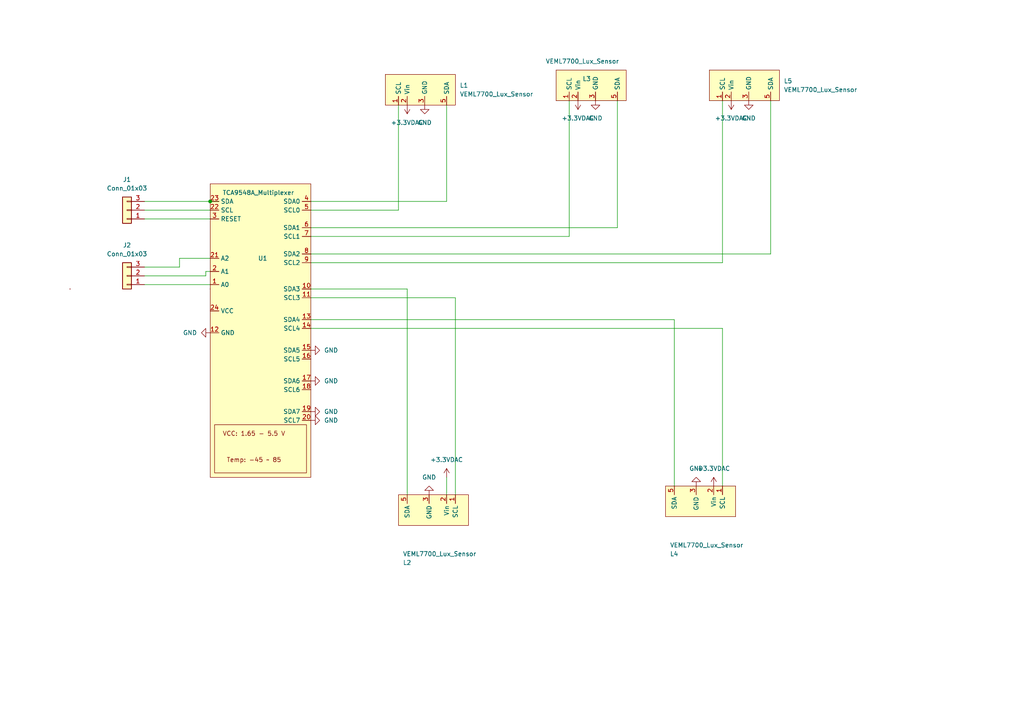
<source format=kicad_sch>
(kicad_sch (version 20211123) (generator eeschema)
  (paper "A4")
  (lib_symbols
    (symbol "Analog_Switch:TCA9548A_Multiplexer"
      (property "Reference" "U" (at 40.64 -31.75 0))
      (property "Value" "TCA9548A_Multiplexer" (at 39.37 -12.7 0))
      (symbol "TCA9548A_Multiplexer_0_0"
        (text "Temp: -45 ~ 85" (at 38.1 -90.17 0) (effects (font (size 1.27 1.27))))
        (text "VCC: 1.65 - 5.5 V" (at 38.1 -82.55 0) (effects (font (size 1.27 1.27))))
      )
      (symbol "TCA9548A_Multiplexer_0_1"
        (rectangle (start -15.24 -40.64) (end -15.24 -40.64))
        (rectangle (start -15.24 -40.64) (end -15.24 -40.64))
        (rectangle (start -15.24 -40.64) (end -15.24 -40.64))
        (rectangle (start -15.24 -40.64) (end -15.24 -40.64))
        (rectangle (start -15.24 -40.64) (end -15.24 -40.64))
        (rectangle (start -15.24 -40.64) (end -15.24 -40.64))
        (polyline (pts (xy 25.4 -40.64) (xy 25.4 -40.64)))
        (rectangle (start 25.4 -40.64) (end 25.4 -40.64))
        (rectangle (start 25.4 -40.64) (end 25.4 -40.64))
        (arc (start 25.4 -40.64) (mid 25.4 -40.64) (end 25.4 -40.64))
        (arc (start 25.4 -40.64) (mid 25.4 -40.64) (end 25.4 -40.64))
        (arc (start 25.4 -40.64) (mid 25.4 -40.64) (end 25.4 -40.64))
        (arc (start 25.4 -40.64) (mid 25.4 -40.64) (end 25.4 -40.64))
        (rectangle (start 25.4 -10.16) (end 54.61 -95.25) (fill (type background)))
        (rectangle (start 26.67 -80.01) (end 53.34 -93.98))
      )
      (symbol "TCA9548A_Multiplexer_1_1"
        (pin input line (at 25.4 -39.37 0) (length 2.54) (name "A0") (number "1"))
        (pin bidirectional line (at 54.61 -40.64 180) (length 2.54) (name "SDA3") (number "10"))
        (pin output line (at 54.61 -43.18 180) (length 2.54) (name "SCL3") (number "11"))
        (pin input line (at 25.4 -53.34 0) (length 2.54) (name "GND") (number "12"))
        (pin bidirectional line (at 54.61 -49.53 180) (length 2.54) (name "SDA4") (number "13"))
        (pin output line (at 54.61 -52.07 180) (length 2.54) (name "SCL4") (number "14"))
        (pin bidirectional line (at 54.61 -58.42 180) (length 2.54) (name "SDA5") (number "15"))
        (pin output line (at 54.61 -60.96 180) (length 2.54) (name "SCL5") (number "16"))
        (pin bidirectional line (at 54.61 -67.31 180) (length 2.54) (name "SDA6") (number "17"))
        (pin output line (at 54.61 -69.85 180) (length 2.54) (name "SCL6") (number "18"))
        (pin bidirectional line (at 54.61 -76.2 180) (length 2.54) (name "SDA7") (number "19"))
        (pin input line (at 25.4 -35.56 0) (length 2.54) (name "A1") (number "2"))
        (pin output line (at 54.61 -78.74 180) (length 2.54) (name "SCL7") (number "20"))
        (pin input line (at 25.4 -31.75 0) (length 2.54) (name "A2") (number "21"))
        (pin input line (at 25.4 -17.78 0) (length 2.54) (name "SCL") (number "22"))
        (pin bidirectional line (at 25.4 -15.24 0) (length 2.54) (name "SDA") (number "23"))
        (pin input line (at 25.4 -46.99 0) (length 2.54) (name "VCC") (number "24"))
        (pin input line (at 25.4 -20.32 0) (length 2.54) (name "RESET") (number "3"))
        (pin bidirectional line (at 54.61 -15.24 180) (length 2.54) (name "SDA0") (number "4"))
        (pin output line (at 54.61 -17.78 180) (length 2.54) (name "SCL0") (number "5"))
        (pin bidirectional line (at 54.61 -22.86 180) (length 2.54) (name "SDA1") (number "6"))
        (pin output line (at 54.61 -25.4 180) (length 2.54) (name "SCL1") (number "7"))
        (pin bidirectional line (at 54.61 -30.48 180) (length 2.54) (name "SDA2") (number "8"))
        (pin output line (at 54.61 -33.02 180) (length 2.54) (name "SCL2") (number "9"))
      )
    )
    (symbol "Connector_Generic:Conn_01x03" (pin_names (offset 1.016) hide)
      (property "Reference" "J" (at 0 5.08 0))
      (property "Value" "Conn_01x03" (at 0 -5.08 0))
      (symbol "Conn_01x03_1_1"
        (rectangle (start -1.27 -2.413) (end 0 -2.667) (stroke (width 0.1524)))
        (rectangle (start -1.27 0.127) (end 0 -0.127) (stroke (width 0.1524)))
        (rectangle (start -1.27 2.667) (end 0 2.413) (stroke (width 0.1524)))
        (rectangle (start -1.27 3.81) (end 1.27 -3.81) (stroke (width 0.254)) (fill (type background)))
        (pin passive line (at -5.08 2.54 0) (length 3.81) (name "Pin_1") (number "1"))
        (pin passive line (at -5.08 0 0) (length 3.81) (name "Pin_2") (number "2"))
        (pin passive line (at -5.08 -2.54 0) (length 3.81) (name "Pin_3") (number "3"))
      )
    )
    (symbol "Sensor_Optical:VEML7700_Lux_Sensor"
      (property "Reference" "L4" (at 10.16 8.2551 0))
      (property "Value" "VEML7700_Lux_Sensor" (at 10.16 5.7151 0))
      (symbol "VEML7700_Lux_Sensor_0_1"
        (rectangle (start -8.89 -2.54) (end 11.43 -11.43) (fill (type background)))
      )
      (symbol "VEML7700_Lux_Sensor_1_1"
        (pin input line (at -5.08 -11.43 90) (length 2.54) (name "SCL") (number "1"))
        (pin input line (at -2.54 -11.43 90) (length 2.54) (name "Vin") (number "2"))
        (pin input line (at 2.54 -11.43 90) (length 2.54) (name "GND") (number "3"))
        (pin bidirectional line (at 8.89 -11.43 90) (length 2.54) (name "SDA") (number "5"))
      )
    )
    (symbol "VEML7700_Lux_Sensor_1"
      (property "Reference" "L1" (at 12.7 -5.7149 0))
      (property "Value" "VEML7700_Lux_Sensor_1" (at 12.7 -8.2549 0))
      (symbol "VEML7700_Lux_Sensor_1_0_1"
        (rectangle (start -8.89 -2.54) (end 11.43 -11.43) (fill (type background)))
      )
      (symbol "VEML7700_Lux_Sensor_1_1_1"
        (pin input line (at -5.08 -11.43 90) (length 2.54) (name "SCL") (number "1"))
        (pin input line (at -2.54 -11.43 90) (length 2.54) (name "Vin") (number "2"))
        (pin input line (at 2.54 -11.43 90) (length 2.54) (name "GND") (number "3"))
        (pin bidirectional line (at 8.89 -11.43 90) (length 2.54) (name "SDA") (number "5"))
      )
    )
    (symbol "VEML7700_Lux_Sensor_2"
      (property "Reference" "L?" (at 0 -5.08 0))
      (property "Value" "VEML7700_Lux_Sensor" (at -1.27 0 0))
      (symbol "VEML7700_Lux_Sensor_2_0_1"
        (rectangle (start -8.89 -2.54) (end 11.43 -11.43) (fill (type background)))
      )
      (symbol "VEML7700_Lux_Sensor_2_1_1"
        (pin input line (at -5.08 -11.43 90) (length 2.54) (name "SCL") (number "1"))
        (pin input line (at -2.54 -11.43 90) (length 2.54) (name "Vin") (number "2"))
        (pin input line (at 2.54 -11.43 90) (length 2.54) (name "GND") (number "3"))
        (pin bidirectional line (at 8.89 -11.43 90) (length 2.54) (name "SDA") (number "5"))
      )
    )
    (symbol "VEML7700_Lux_Sensor_3"
      (property "Reference" "L5" (at 12.7 -5.7149 0))
      (property "Value" "VEML7700_Lux_Sensor" (at 12.7 -8.2549 0))
      (symbol "VEML7700_Lux_Sensor_3_0_1"
        (rectangle (start -8.89 -2.54) (end 11.43 -11.43) (fill (type background)))
      )
      (symbol "VEML7700_Lux_Sensor_3_1_1"
        (pin input line (at -5.08 -11.43 90) (length 2.54) (name "SCL") (number "1"))
        (pin input line (at -2.54 -11.43 90) (length 2.54) (name "Vin") (number "2"))
        (pin input line (at 2.54 -11.43 90) (length 2.54) (name "GND") (number "3"))
        (pin bidirectional line (at 8.89 -11.43 90) (length 2.54) (name "SDA") (number "5"))
      )
    )
    (symbol "VEML7700_Lux_Sensor_4"
      (property "Reference" "L2" (at 10.16 8.2551 0))
      (property "Value" "VEML7700_Lux_Sensor" (at 10.16 5.7151 0))
      (symbol "VEML7700_Lux_Sensor_4_0_1"
        (rectangle (start -8.89 -2.54) (end 11.43 -11.43) (fill (type background)))
      )
      (symbol "VEML7700_Lux_Sensor_4_1_1"
        (pin input line (at -5.08 -11.43 90) (length 2.54) (name "SCL") (number "1"))
        (pin input line (at -2.54 -11.43 90) (length 2.54) (name "Vin") (number "2"))
        (pin input line (at 2.54 -11.43 90) (length 2.54) (name "GND") (number "3"))
        (pin bidirectional line (at 8.89 -11.43 90) (length 2.54) (name "SDA") (number "5"))
      )
    )
    (symbol "power:+3.3VDAC" (power) (pin_names (offset 0))
      (property "Value" "+3.3VDAC" (at 0 2.54 0))
      (symbol "+3.3VDAC_0_0"
        (pin power_in line (at 0 0 90) (length 0) hide (name "+3.3VDAC") (number "1"))
      )
      (symbol "+3.3VDAC_0_1"
        (polyline (pts (xy -0.762 1.27) (xy 0 2.54)))
        (polyline (pts (xy 0 0) (xy 0 2.54)))
        (polyline (pts (xy 0 2.54) (xy 0.762 1.27)))
      )
    )
    (symbol "power:GND" (power) (pin_names (offset 0))
      (property "Value" "GND" (at 0 -3.81 0))
      (symbol "GND_0_1"
        (polyline (pts (xy 0 0) (xy 0 -1.27) (xy 1.27 -1.27) (xy 0 -2.54) (xy -1.27 -1.27) (xy 0 -1.27)))
      )
      (symbol "GND_1_1"
        (pin power_in line (at 0 0 270) (length 0) hide (name "GND") (number "1"))
      )
    )
  )
  (junction (at 60.96 58.42))
  (wire (pts (xy 41.91 63.5) (xy 60.96 63.5)))
  (wire (pts (xy 115.57 60.96) (xy 115.57 30.48)))
  (wire (pts (xy 52.07 77.47) (xy 52.07 74.93)))
  (wire (pts (xy 41.91 80.01) (xy 59.69 80.01)))
  (wire (pts (xy 90.17 92.71) (xy 195.58 92.71)))
  (wire (pts (xy 90.17 66.04) (xy 179.07 66.04)))
  (wire (pts (xy 129.54 138.43) (xy 129.54 143.51)))
  (wire (pts (xy 90.17 76.2) (xy 209.55 76.2)))
  (wire (pts (xy 118.11 83.82) (xy 118.11 143.51)))
  (wire (pts (xy 59.69 78.74) (xy 60.96 78.74)))
  (wire (pts (xy 59.69 80.01) (xy 59.69 78.74)))
  (wire (pts (xy 195.58 92.71) (xy 195.58 140.97)))
  (wire (pts (xy 165.1 68.58) (xy 165.1 29.21)))
  (wire (pts (xy 132.08 86.36) (xy 132.08 143.51)))
  (wire (pts (xy 41.91 82.55) (xy 60.96 82.55)))
  (wire (pts (xy 90.17 73.66) (xy 223.52 73.66)))
  (wire (pts (xy 52.07 74.93) (xy 60.96 74.93)))
  (wire (pts (xy 90.17 95.25) (xy 209.55 95.25)))
  (wire (pts (xy 41.91 58.42) (xy 60.96 58.42)))
  (wire (pts (xy 209.55 76.2) (xy 209.55 29.21)))
  (wire (pts (xy 90.17 83.82) (xy 118.11 83.82)))
  (wire (pts (xy 90.17 86.36) (xy 132.08 86.36)))
  (wire (pts (xy 209.55 95.25) (xy 209.55 140.97)))
  (wire (pts (xy 90.17 60.96) (xy 115.57 60.96)))
  (wire (pts (xy 41.91 60.96) (xy 60.96 60.96)))
  (wire (pts (xy 90.17 68.58) (xy 165.1 68.58)))
  (wire (pts (xy 179.07 66.04) (xy 179.07 29.21)))
  (wire (pts (xy 63.5 58.42) (xy 60.96 58.42)))
  (wire (pts (xy 129.54 58.42) (xy 129.54 30.48)))
  (wire (pts (xy 90.17 58.42) (xy 129.54 58.42)))
  (wire (pts (xy 41.91 77.47) (xy 52.07 77.47)))
  (wire (pts (xy 223.52 73.66) (xy 223.52 29.21)))
  (symbol (lib_id "power:+3.3VDAC") (at 207.01 140.97 0) (unit 1)
    (property "Reference" "#PWR0108" (effects hide))
    (property "Value" "+3.3VDAC" (at 207.01 135.89 0))
  )
  (symbol (lib_id "power:GND") (at 90.17 121.92 90) (unit 1)
    (property "Reference" "#PWR0117" (effects hide))
    (property "Value" "GND" (at 93.98 121.9199 90) (effects (justify right)))
  )
  (symbol (lib_id "Sensor_Optical:VEML7700_Lux_Sensor") (at 204.47 152.4 180) (unit 1)
    (property "Reference" "L4" (at 194.31 160.6551 0) (effects (justify right)))
    (property "Value" "VEML7700_Lux_Sensor" (at 194.31 158.1151 0) (effects (justify right)))
  )
  (symbol (lib_id "Analog_Switch:TCA9548A_Multiplexer") (at 35.56 43.18 0) (unit 1)
    (property "Reference" "U1" (at 76.2 74.93 0))
    (property "Value" "TCA9548A_Multiplexer" (at 74.93 55.88 0))
    (property "Footprint" "sunsensor:SOP65P640X120-24N" (effects hide))
  )
  (symbol (lib_name "VEML7700_Lux_Sensor_3") (lib_id "Sensor_Optical:VEML7700_Lux_Sensor") (at 214.63 17.78 0) (unit 1)
    (property "Reference" "L5" (at 227.33 23.4949 0) (effects (justify left)))
    (property "Value" "VEML7700_Lux_Sensor" (at 227.33 26.0349 0) (effects (justify left)))
  )
  (symbol (lib_name "VEML7700_Lux_Sensor_2") (lib_id "Sensor_Optical:VEML7700_Lux_Sensor") (at 170.18 17.78 0) (unit 1)
    (property "Reference" "L3" (at 170.18 22.86 0))
    (property "Value" "VEML7700_Lux_Sensor" (at 168.91 17.78 0))
  )
  (symbol (lib_id "Connector_Generic:Conn_01x03") (at 36.83 80.01 180) (unit 1)
    (property "Reference" "J2" (at 36.83 71.12 0))
    (property "Value" "Conn_01x03" (at 36.83 73.66 0))
  )
  (symbol (lib_id "power:GND") (at 90.17 119.38 90) (unit 1)
    (property "Reference" "#PWR0118" (effects hide))
    (property "Value" "GND" (at 93.98 119.3799 90) (effects (justify right)))
  )
  (symbol (lib_name "VEML7700_Lux_Sensor_1") (lib_id "Sensor_Optical:VEML7700_Lux_Sensor") (at 120.65 19.05 0) (unit 1)
    (property "Reference" "L1" (at 133.35 24.7649 0) (effects (justify left)))
    (property "Value" "VEML7700_Lux_Sensor" (at 133.35 27.3049 0) (effects (justify left)))
  )
  (symbol (lib_id "power:GND") (at 124.46 143.51 180) (unit 1)
    (property "Reference" "#PWR0101" (effects hide))
    (property "Value" "GND" (at 124.46 138.43 0))
  )
  (symbol (lib_id "power:GND") (at 201.93 140.97 180) (unit 1)
    (property "Reference" "#PWR0107" (effects hide))
    (property "Value" "GND" (at 201.93 135.89 0))
  )
  (symbol (lib_id "Connector_Generic:Conn_01x03") (at 36.83 60.96 180) (unit 1)
    (property "Reference" "J1" (at 36.83 52.07 0))
    (property "Value" "Conn_01x03" (at 36.83 54.61 0))
  )
  (symbol (lib_id "power:GND") (at 217.17 29.21 0) (unit 1)
    (property "Reference" "#PWR0105" (effects hide))
    (property "Value" "GND" (at 217.17 34.29 0))
  )
  (symbol (lib_id "power:GND") (at 90.17 101.6 90) (unit 1)
    (property "Reference" "#PWR0115" (effects hide))
    (property "Value" "GND" (at 93.98 101.5999 90) (effects (justify right)))
  )
  (symbol (lib_id "power:+3.3VDAC") (at 212.09 29.21 180) (unit 1)
    (property "Reference" "#PWR0106" (effects hide))
    (property "Value" "+3.3VDAC" (at 212.09 34.29 0))
  )
  (symbol (lib_id "power:GND") (at 172.72 29.21 0) (unit 1)
    (property "Reference" "#PWR0111" (effects hide))
    (property "Value" "GND" (at 172.72 34.29 0))
  )
  (symbol (lib_id "power:+3.3VDAC") (at 129.54 138.43 0) (unit 1)
    (property "Reference" "#PWR0102" (effects hide))
    (property "Value" "+3.3VDAC" (at 129.54 133.35 0))
  )
  (symbol (lib_id "power:GND") (at 123.19 30.48 0) (unit 1)
    (property "Reference" "#PWR0109" (effects hide))
    (property "Value" "GND" (at 123.19 35.56 0))
  )
  (symbol (lib_id "power:GND") (at 90.17 110.49 90) (unit 1)
    (property "Reference" "#PWR0113" (effects hide))
    (property "Value" "GND" (at 93.98 110.4899 90) (effects (justify right)))
  )
  (symbol (lib_id "power:GND") (at 60.96 96.52 270) (unit 1)
    (property "Reference" "#PWR0104" (effects hide))
    (property "Value" "GND" (at 57.15 96.5199 90) (effects (justify right)))
  )
  (symbol (lib_name "VEML7700_Lux_Sensor_4") (lib_id "Sensor_Optical:VEML7700_Lux_Sensor") (at 127 154.94 180) (unit 1)
    (property "Reference" "L2" (at 116.84 163.1951 0) (effects (justify right)))
    (property "Value" "VEML7700_Lux_Sensor" (at 116.84 160.6551 0) (effects (justify right)))
  )
  (symbol (lib_id "power:+3.3VDAC") (at 118.11 30.48 180) (unit 1)
    (property "Reference" "#PWR0110" (effects hide))
    (property "Value" "+3.3VDAC" (at 118.11 35.56 0))
  )
  (symbol (lib_id "power:+3.3VDAC") (at 167.64 29.21 180) (unit 1)
    (property "Reference" "#PWR0112" (effects hide))
    (property "Value" "+3.3VDAC" (at 167.64 34.29 0))
  )
)
</source>
